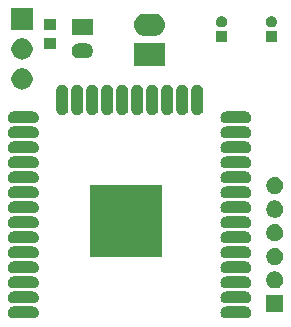
<source format=gbs>
G04 #@! TF.GenerationSoftware,KiCad,Pcbnew,(5.1.6)-1*
G04 #@! TF.CreationDate,2020-09-12T19:57:54+12:00*
G04 #@! TF.ProjectId,ESPAnt,45535041-6e74-42e6-9b69-6361645f7063,rev?*
G04 #@! TF.SameCoordinates,PX42c1d80PY8f0d180*
G04 #@! TF.FileFunction,Soldermask,Bot*
G04 #@! TF.FilePolarity,Negative*
%FSLAX46Y46*%
G04 Gerber Fmt 4.6, Leading zero omitted, Abs format (unit mm)*
G04 Created by KiCad (PCBNEW (5.1.6)-1) date 2020-09-12 19:57:54*
%MOMM*%
%LPD*%
G01*
G04 APERTURE LIST*
%ADD10C,0.150000*%
G04 APERTURE END LIST*
D10*
G36*
X23098213Y8543751D02*
G01*
X23192652Y8515103D01*
X23279687Y8468582D01*
X23355975Y8405975D01*
X23418582Y8329687D01*
X23465103Y8242652D01*
X23493751Y8148213D01*
X23503424Y8050000D01*
X23493751Y7951787D01*
X23465103Y7857348D01*
X23418582Y7770313D01*
X23355975Y7694025D01*
X23279687Y7631418D01*
X23192652Y7584897D01*
X23098213Y7556249D01*
X23024612Y7549000D01*
X21375388Y7549000D01*
X21301787Y7556249D01*
X21207348Y7584897D01*
X21120313Y7631418D01*
X21044025Y7694025D01*
X20981418Y7770313D01*
X20934897Y7857348D01*
X20906249Y7951787D01*
X20896576Y8050000D01*
X20906249Y8148213D01*
X20934897Y8242652D01*
X20981418Y8329687D01*
X21044025Y8405975D01*
X21120313Y8468582D01*
X21207348Y8515103D01*
X21301787Y8543751D01*
X21375388Y8551000D01*
X23024612Y8551000D01*
X23098213Y8543751D01*
G37*
G36*
X5098213Y8543751D02*
G01*
X5192652Y8515103D01*
X5279687Y8468582D01*
X5355975Y8405975D01*
X5418582Y8329687D01*
X5465103Y8242652D01*
X5493751Y8148213D01*
X5503424Y8050000D01*
X5493751Y7951787D01*
X5465103Y7857348D01*
X5418582Y7770313D01*
X5355975Y7694025D01*
X5279687Y7631418D01*
X5192652Y7584897D01*
X5098213Y7556249D01*
X5024612Y7549000D01*
X3375388Y7549000D01*
X3301787Y7556249D01*
X3207348Y7584897D01*
X3120313Y7631418D01*
X3044025Y7694025D01*
X2981418Y7770313D01*
X2934897Y7857348D01*
X2906249Y7951787D01*
X2896576Y8050000D01*
X2906249Y8148213D01*
X2934897Y8242652D01*
X2981418Y8329687D01*
X3044025Y8405975D01*
X3120313Y8468582D01*
X3207348Y8515103D01*
X3301787Y8543751D01*
X3375388Y8551000D01*
X5024612Y8551000D01*
X5098213Y8543751D01*
G37*
G36*
X26226000Y8074000D02*
G01*
X24774000Y8074000D01*
X24774000Y9526000D01*
X26226000Y9526000D01*
X26226000Y8074000D01*
G37*
G36*
X23098213Y9813751D02*
G01*
X23192652Y9785103D01*
X23279687Y9738582D01*
X23355975Y9675975D01*
X23418582Y9599687D01*
X23465103Y9512652D01*
X23493751Y9418213D01*
X23503424Y9320000D01*
X23493751Y9221787D01*
X23465103Y9127348D01*
X23418582Y9040313D01*
X23355975Y8964025D01*
X23279687Y8901418D01*
X23192652Y8854897D01*
X23098213Y8826249D01*
X23024612Y8819000D01*
X21375388Y8819000D01*
X21301787Y8826249D01*
X21207348Y8854897D01*
X21120313Y8901418D01*
X21044025Y8964025D01*
X20981418Y9040313D01*
X20934897Y9127348D01*
X20906249Y9221787D01*
X20896576Y9320000D01*
X20906249Y9418213D01*
X20934897Y9512652D01*
X20981418Y9599687D01*
X21044025Y9675975D01*
X21120313Y9738582D01*
X21207348Y9785103D01*
X21301787Y9813751D01*
X21375388Y9821000D01*
X23024612Y9821000D01*
X23098213Y9813751D01*
G37*
G36*
X5098213Y9813751D02*
G01*
X5192652Y9785103D01*
X5279687Y9738582D01*
X5355975Y9675975D01*
X5418582Y9599687D01*
X5465103Y9512652D01*
X5493751Y9418213D01*
X5503424Y9320000D01*
X5493751Y9221787D01*
X5465103Y9127348D01*
X5418582Y9040313D01*
X5355975Y8964025D01*
X5279687Y8901418D01*
X5192652Y8854897D01*
X5098213Y8826249D01*
X5024612Y8819000D01*
X3375388Y8819000D01*
X3301787Y8826249D01*
X3207348Y8854897D01*
X3120313Y8901418D01*
X3044025Y8964025D01*
X2981418Y9040313D01*
X2934897Y9127348D01*
X2906249Y9221787D01*
X2896576Y9320000D01*
X2906249Y9418213D01*
X2934897Y9512652D01*
X2981418Y9599687D01*
X3044025Y9675975D01*
X3120313Y9738582D01*
X3207348Y9785103D01*
X3301787Y9813751D01*
X3375388Y9821000D01*
X5024612Y9821000D01*
X5098213Y9813751D01*
G37*
G36*
X25711766Y11498101D02*
G01*
X25843888Y11443374D01*
X25843890Y11443373D01*
X25962798Y11363921D01*
X26063921Y11262798D01*
X26063922Y11262796D01*
X26143374Y11143888D01*
X26198101Y11011766D01*
X26226000Y10871506D01*
X26226000Y10728494D01*
X26198101Y10588234D01*
X26158152Y10491789D01*
X26143373Y10456110D01*
X26063921Y10337202D01*
X25962798Y10236079D01*
X25843890Y10156627D01*
X25843889Y10156626D01*
X25843888Y10156626D01*
X25711766Y10101899D01*
X25571506Y10074000D01*
X25428494Y10074000D01*
X25288234Y10101899D01*
X25156112Y10156626D01*
X25156111Y10156626D01*
X25156110Y10156627D01*
X25037202Y10236079D01*
X24936079Y10337202D01*
X24856627Y10456110D01*
X24841848Y10491789D01*
X24801899Y10588234D01*
X24774000Y10728494D01*
X24774000Y10871506D01*
X24801899Y11011766D01*
X24856626Y11143888D01*
X24936078Y11262796D01*
X24936079Y11262798D01*
X25037202Y11363921D01*
X25156110Y11443373D01*
X25156112Y11443374D01*
X25288234Y11498101D01*
X25428494Y11526000D01*
X25571506Y11526000D01*
X25711766Y11498101D01*
G37*
G36*
X23098213Y11083751D02*
G01*
X23192652Y11055103D01*
X23279687Y11008582D01*
X23355975Y10945975D01*
X23418582Y10869687D01*
X23465103Y10782652D01*
X23493751Y10688213D01*
X23503424Y10590000D01*
X23493751Y10491787D01*
X23465103Y10397348D01*
X23418582Y10310313D01*
X23355975Y10234025D01*
X23279687Y10171418D01*
X23192652Y10124897D01*
X23098213Y10096249D01*
X23024612Y10089000D01*
X21375388Y10089000D01*
X21301787Y10096249D01*
X21207348Y10124897D01*
X21120313Y10171418D01*
X21044025Y10234025D01*
X20981418Y10310313D01*
X20934897Y10397348D01*
X20906249Y10491787D01*
X20896576Y10590000D01*
X20906249Y10688213D01*
X20934897Y10782652D01*
X20981418Y10869687D01*
X21044025Y10945975D01*
X21120313Y11008582D01*
X21207348Y11055103D01*
X21301787Y11083751D01*
X21375388Y11091000D01*
X23024612Y11091000D01*
X23098213Y11083751D01*
G37*
G36*
X5098213Y11083751D02*
G01*
X5192652Y11055103D01*
X5279687Y11008582D01*
X5355975Y10945975D01*
X5418582Y10869687D01*
X5465103Y10782652D01*
X5493751Y10688213D01*
X5503424Y10590000D01*
X5493751Y10491787D01*
X5465103Y10397348D01*
X5418582Y10310313D01*
X5355975Y10234025D01*
X5279687Y10171418D01*
X5192652Y10124897D01*
X5098213Y10096249D01*
X5024612Y10089000D01*
X3375388Y10089000D01*
X3301787Y10096249D01*
X3207348Y10124897D01*
X3120313Y10171418D01*
X3044025Y10234025D01*
X2981418Y10310313D01*
X2934897Y10397348D01*
X2906249Y10491787D01*
X2896576Y10590000D01*
X2906249Y10688213D01*
X2934897Y10782652D01*
X2981418Y10869687D01*
X3044025Y10945975D01*
X3120313Y11008582D01*
X3207348Y11055103D01*
X3301787Y11083751D01*
X3375388Y11091000D01*
X5024612Y11091000D01*
X5098213Y11083751D01*
G37*
G36*
X23098213Y12353751D02*
G01*
X23192652Y12325103D01*
X23279687Y12278582D01*
X23355975Y12215975D01*
X23418582Y12139687D01*
X23465103Y12052652D01*
X23493751Y11958213D01*
X23503424Y11860000D01*
X23493751Y11761787D01*
X23465103Y11667348D01*
X23418582Y11580313D01*
X23355975Y11504025D01*
X23279687Y11441418D01*
X23192652Y11394897D01*
X23098213Y11366249D01*
X23024612Y11359000D01*
X21375388Y11359000D01*
X21301787Y11366249D01*
X21207348Y11394897D01*
X21120313Y11441418D01*
X21044025Y11504025D01*
X20981418Y11580313D01*
X20934897Y11667348D01*
X20906249Y11761787D01*
X20896576Y11860000D01*
X20906249Y11958213D01*
X20934897Y12052652D01*
X20981418Y12139687D01*
X21044025Y12215975D01*
X21120313Y12278582D01*
X21207348Y12325103D01*
X21301787Y12353751D01*
X21375388Y12361000D01*
X23024612Y12361000D01*
X23098213Y12353751D01*
G37*
G36*
X5098213Y12353751D02*
G01*
X5192652Y12325103D01*
X5279687Y12278582D01*
X5355975Y12215975D01*
X5418582Y12139687D01*
X5465103Y12052652D01*
X5493751Y11958213D01*
X5503424Y11860000D01*
X5493751Y11761787D01*
X5465103Y11667348D01*
X5418582Y11580313D01*
X5355975Y11504025D01*
X5279687Y11441418D01*
X5192652Y11394897D01*
X5098213Y11366249D01*
X5024612Y11359000D01*
X3375388Y11359000D01*
X3301787Y11366249D01*
X3207348Y11394897D01*
X3120313Y11441418D01*
X3044025Y11504025D01*
X2981418Y11580313D01*
X2934897Y11667348D01*
X2906249Y11761787D01*
X2896576Y11860000D01*
X2906249Y11958213D01*
X2934897Y12052652D01*
X2981418Y12139687D01*
X3044025Y12215975D01*
X3120313Y12278582D01*
X3207348Y12325103D01*
X3301787Y12353751D01*
X3375388Y12361000D01*
X5024612Y12361000D01*
X5098213Y12353751D01*
G37*
G36*
X25711766Y13498101D02*
G01*
X25843888Y13443374D01*
X25843890Y13443373D01*
X25962798Y13363921D01*
X26063921Y13262798D01*
X26063922Y13262796D01*
X26143374Y13143888D01*
X26198101Y13011766D01*
X26226000Y12871506D01*
X26226000Y12728494D01*
X26198101Y12588234D01*
X26143374Y12456112D01*
X26143373Y12456110D01*
X26063921Y12337202D01*
X25962798Y12236079D01*
X25843890Y12156627D01*
X25843889Y12156626D01*
X25843888Y12156626D01*
X25711766Y12101899D01*
X25571506Y12074000D01*
X25428494Y12074000D01*
X25288234Y12101899D01*
X25156112Y12156626D01*
X25156111Y12156626D01*
X25156110Y12156627D01*
X25037202Y12236079D01*
X24936079Y12337202D01*
X24856627Y12456110D01*
X24856626Y12456112D01*
X24801899Y12588234D01*
X24774000Y12728494D01*
X24774000Y12871506D01*
X24801899Y13011766D01*
X24856626Y13143888D01*
X24936078Y13262796D01*
X24936079Y13262798D01*
X25037202Y13363921D01*
X25156110Y13443373D01*
X25156112Y13443374D01*
X25288234Y13498101D01*
X25428494Y13526000D01*
X25571506Y13526000D01*
X25711766Y13498101D01*
G37*
G36*
X5098213Y13623751D02*
G01*
X5192652Y13595103D01*
X5279687Y13548582D01*
X5355975Y13485975D01*
X5418582Y13409687D01*
X5465103Y13322652D01*
X5493751Y13228213D01*
X5503424Y13130000D01*
X5493751Y13031787D01*
X5465103Y12937348D01*
X5418582Y12850313D01*
X5355975Y12774025D01*
X5279687Y12711418D01*
X5192652Y12664897D01*
X5098213Y12636249D01*
X5024612Y12629000D01*
X3375388Y12629000D01*
X3301787Y12636249D01*
X3207348Y12664897D01*
X3120313Y12711418D01*
X3044025Y12774025D01*
X2981418Y12850313D01*
X2934897Y12937348D01*
X2906249Y13031787D01*
X2896576Y13130000D01*
X2906249Y13228213D01*
X2934897Y13322652D01*
X2981418Y13409687D01*
X3044025Y13485975D01*
X3120313Y13548582D01*
X3207348Y13595103D01*
X3301787Y13623751D01*
X3375388Y13631000D01*
X5024612Y13631000D01*
X5098213Y13623751D01*
G37*
G36*
X23098213Y13623751D02*
G01*
X23192652Y13595103D01*
X23279687Y13548582D01*
X23355975Y13485975D01*
X23418582Y13409687D01*
X23465103Y13322652D01*
X23493751Y13228213D01*
X23503424Y13130000D01*
X23493751Y13031787D01*
X23465103Y12937348D01*
X23418582Y12850313D01*
X23355975Y12774025D01*
X23279687Y12711418D01*
X23192652Y12664897D01*
X23098213Y12636249D01*
X23024612Y12629000D01*
X21375388Y12629000D01*
X21301787Y12636249D01*
X21207348Y12664897D01*
X21120313Y12711418D01*
X21044025Y12774025D01*
X20981418Y12850313D01*
X20934897Y12937348D01*
X20906249Y13031787D01*
X20896576Y13130000D01*
X20906249Y13228213D01*
X20934897Y13322652D01*
X20981418Y13409687D01*
X21044025Y13485975D01*
X21120313Y13548582D01*
X21207348Y13595103D01*
X21301787Y13623751D01*
X21375388Y13631000D01*
X23024612Y13631000D01*
X23098213Y13623751D01*
G37*
G36*
X15951000Y12699000D02*
G01*
X9849000Y12699000D01*
X9849000Y18801000D01*
X15951000Y18801000D01*
X15951000Y12699000D01*
G37*
G36*
X23098213Y14893751D02*
G01*
X23192652Y14865103D01*
X23279687Y14818582D01*
X23355975Y14755975D01*
X23418582Y14679687D01*
X23465103Y14592652D01*
X23493751Y14498213D01*
X23503424Y14400000D01*
X23493751Y14301787D01*
X23465103Y14207348D01*
X23418582Y14120313D01*
X23355975Y14044025D01*
X23279687Y13981418D01*
X23192652Y13934897D01*
X23098213Y13906249D01*
X23024612Y13899000D01*
X21375388Y13899000D01*
X21301787Y13906249D01*
X21207348Y13934897D01*
X21120313Y13981418D01*
X21044025Y14044025D01*
X20981418Y14120313D01*
X20934897Y14207348D01*
X20906249Y14301787D01*
X20896576Y14400000D01*
X20906249Y14498213D01*
X20934897Y14592652D01*
X20981418Y14679687D01*
X21044025Y14755975D01*
X21120313Y14818582D01*
X21207348Y14865103D01*
X21301787Y14893751D01*
X21375388Y14901000D01*
X23024612Y14901000D01*
X23098213Y14893751D01*
G37*
G36*
X5098213Y14893751D02*
G01*
X5192652Y14865103D01*
X5279687Y14818582D01*
X5355975Y14755975D01*
X5418582Y14679687D01*
X5465103Y14592652D01*
X5493751Y14498213D01*
X5503424Y14400000D01*
X5493751Y14301787D01*
X5465103Y14207348D01*
X5418582Y14120313D01*
X5355975Y14044025D01*
X5279687Y13981418D01*
X5192652Y13934897D01*
X5098213Y13906249D01*
X5024612Y13899000D01*
X3375388Y13899000D01*
X3301787Y13906249D01*
X3207348Y13934897D01*
X3120313Y13981418D01*
X3044025Y14044025D01*
X2981418Y14120313D01*
X2934897Y14207348D01*
X2906249Y14301787D01*
X2896576Y14400000D01*
X2906249Y14498213D01*
X2934897Y14592652D01*
X2981418Y14679687D01*
X3044025Y14755975D01*
X3120313Y14818582D01*
X3207348Y14865103D01*
X3301787Y14893751D01*
X3375388Y14901000D01*
X5024612Y14901000D01*
X5098213Y14893751D01*
G37*
G36*
X25711766Y15498101D02*
G01*
X25843888Y15443374D01*
X25843890Y15443373D01*
X25962798Y15363921D01*
X26063921Y15262798D01*
X26121751Y15176249D01*
X26143374Y15143888D01*
X26198101Y15011766D01*
X26226000Y14871506D01*
X26226000Y14728494D01*
X26198101Y14588234D01*
X26160812Y14498211D01*
X26143373Y14456110D01*
X26063921Y14337202D01*
X25962798Y14236079D01*
X25843890Y14156627D01*
X25843889Y14156626D01*
X25843888Y14156626D01*
X25711766Y14101899D01*
X25571506Y14074000D01*
X25428494Y14074000D01*
X25288234Y14101899D01*
X25156112Y14156626D01*
X25156111Y14156626D01*
X25156110Y14156627D01*
X25037202Y14236079D01*
X24936079Y14337202D01*
X24856627Y14456110D01*
X24839188Y14498211D01*
X24801899Y14588234D01*
X24774000Y14728494D01*
X24774000Y14871506D01*
X24801899Y15011766D01*
X24856626Y15143888D01*
X24878249Y15176249D01*
X24936079Y15262798D01*
X25037202Y15363921D01*
X25156110Y15443373D01*
X25156112Y15443374D01*
X25288234Y15498101D01*
X25428494Y15526000D01*
X25571506Y15526000D01*
X25711766Y15498101D01*
G37*
G36*
X5098213Y16163751D02*
G01*
X5192652Y16135103D01*
X5279687Y16088582D01*
X5355975Y16025975D01*
X5418582Y15949687D01*
X5465103Y15862652D01*
X5493751Y15768213D01*
X5503424Y15670000D01*
X5493751Y15571787D01*
X5465103Y15477348D01*
X5418582Y15390313D01*
X5355975Y15314025D01*
X5279687Y15251418D01*
X5192652Y15204897D01*
X5098213Y15176249D01*
X5024612Y15169000D01*
X3375388Y15169000D01*
X3301787Y15176249D01*
X3207348Y15204897D01*
X3120313Y15251418D01*
X3044025Y15314025D01*
X2981418Y15390313D01*
X2934897Y15477348D01*
X2906249Y15571787D01*
X2896576Y15670000D01*
X2906249Y15768213D01*
X2934897Y15862652D01*
X2981418Y15949687D01*
X3044025Y16025975D01*
X3120313Y16088582D01*
X3207348Y16135103D01*
X3301787Y16163751D01*
X3375388Y16171000D01*
X5024612Y16171000D01*
X5098213Y16163751D01*
G37*
G36*
X23098213Y16163751D02*
G01*
X23192652Y16135103D01*
X23279687Y16088582D01*
X23355975Y16025975D01*
X23418582Y15949687D01*
X23465103Y15862652D01*
X23493751Y15768213D01*
X23503424Y15670000D01*
X23493751Y15571787D01*
X23465103Y15477348D01*
X23418582Y15390313D01*
X23355975Y15314025D01*
X23279687Y15251418D01*
X23192652Y15204897D01*
X23098213Y15176249D01*
X23024612Y15169000D01*
X21375388Y15169000D01*
X21301787Y15176249D01*
X21207348Y15204897D01*
X21120313Y15251418D01*
X21044025Y15314025D01*
X20981418Y15390313D01*
X20934897Y15477348D01*
X20906249Y15571787D01*
X20896576Y15670000D01*
X20906249Y15768213D01*
X20934897Y15862652D01*
X20981418Y15949687D01*
X21044025Y16025975D01*
X21120313Y16088582D01*
X21207348Y16135103D01*
X21301787Y16163751D01*
X21375388Y16171000D01*
X23024612Y16171000D01*
X23098213Y16163751D01*
G37*
G36*
X25711766Y17498101D02*
G01*
X25843888Y17443374D01*
X25843890Y17443373D01*
X25962798Y17363921D01*
X26063921Y17262798D01*
X26063922Y17262796D01*
X26143374Y17143888D01*
X26198101Y17011766D01*
X26226000Y16871506D01*
X26226000Y16728494D01*
X26198101Y16588234D01*
X26151155Y16474898D01*
X26143373Y16456110D01*
X26063921Y16337202D01*
X25962798Y16236079D01*
X25843890Y16156627D01*
X25843889Y16156626D01*
X25843888Y16156626D01*
X25711766Y16101899D01*
X25571506Y16074000D01*
X25428494Y16074000D01*
X25288234Y16101899D01*
X25156112Y16156626D01*
X25156111Y16156626D01*
X25156110Y16156627D01*
X25037202Y16236079D01*
X24936079Y16337202D01*
X24856627Y16456110D01*
X24848845Y16474898D01*
X24801899Y16588234D01*
X24774000Y16728494D01*
X24774000Y16871506D01*
X24801899Y17011766D01*
X24856626Y17143888D01*
X24936078Y17262796D01*
X24936079Y17262798D01*
X25037202Y17363921D01*
X25156110Y17443373D01*
X25156112Y17443374D01*
X25288234Y17498101D01*
X25428494Y17526000D01*
X25571506Y17526000D01*
X25711766Y17498101D01*
G37*
G36*
X23098213Y17433751D02*
G01*
X23192652Y17405103D01*
X23279687Y17358582D01*
X23355975Y17295975D01*
X23418582Y17219687D01*
X23465103Y17132652D01*
X23493751Y17038213D01*
X23503424Y16940000D01*
X23493751Y16841787D01*
X23465103Y16747348D01*
X23418582Y16660313D01*
X23355975Y16584025D01*
X23279687Y16521418D01*
X23192652Y16474897D01*
X23098213Y16446249D01*
X23024612Y16439000D01*
X21375388Y16439000D01*
X21301787Y16446249D01*
X21207348Y16474897D01*
X21120313Y16521418D01*
X21044025Y16584025D01*
X20981418Y16660313D01*
X20934897Y16747348D01*
X20906249Y16841787D01*
X20896576Y16940000D01*
X20906249Y17038213D01*
X20934897Y17132652D01*
X20981418Y17219687D01*
X21044025Y17295975D01*
X21120313Y17358582D01*
X21207348Y17405103D01*
X21301787Y17433751D01*
X21375388Y17441000D01*
X23024612Y17441000D01*
X23098213Y17433751D01*
G37*
G36*
X5098213Y17433751D02*
G01*
X5192652Y17405103D01*
X5279687Y17358582D01*
X5355975Y17295975D01*
X5418582Y17219687D01*
X5465103Y17132652D01*
X5493751Y17038213D01*
X5503424Y16940000D01*
X5493751Y16841787D01*
X5465103Y16747348D01*
X5418582Y16660313D01*
X5355975Y16584025D01*
X5279687Y16521418D01*
X5192652Y16474897D01*
X5098213Y16446249D01*
X5024612Y16439000D01*
X3375388Y16439000D01*
X3301787Y16446249D01*
X3207348Y16474897D01*
X3120313Y16521418D01*
X3044025Y16584025D01*
X2981418Y16660313D01*
X2934897Y16747348D01*
X2906249Y16841787D01*
X2896576Y16940000D01*
X2906249Y17038213D01*
X2934897Y17132652D01*
X2981418Y17219687D01*
X3044025Y17295975D01*
X3120313Y17358582D01*
X3207348Y17405103D01*
X3301787Y17433751D01*
X3375388Y17441000D01*
X5024612Y17441000D01*
X5098213Y17433751D01*
G37*
G36*
X5098213Y18703751D02*
G01*
X5192652Y18675103D01*
X5279687Y18628582D01*
X5355975Y18565975D01*
X5418582Y18489687D01*
X5465103Y18402652D01*
X5493751Y18308213D01*
X5503424Y18210000D01*
X5493751Y18111787D01*
X5465103Y18017348D01*
X5418582Y17930313D01*
X5355975Y17854025D01*
X5279687Y17791418D01*
X5192652Y17744897D01*
X5098213Y17716249D01*
X5024612Y17709000D01*
X3375388Y17709000D01*
X3301787Y17716249D01*
X3207348Y17744897D01*
X3120313Y17791418D01*
X3044025Y17854025D01*
X2981418Y17930313D01*
X2934897Y18017348D01*
X2906249Y18111787D01*
X2896576Y18210000D01*
X2906249Y18308213D01*
X2934897Y18402652D01*
X2981418Y18489687D01*
X3044025Y18565975D01*
X3120313Y18628582D01*
X3207348Y18675103D01*
X3301787Y18703751D01*
X3375388Y18711000D01*
X5024612Y18711000D01*
X5098213Y18703751D01*
G37*
G36*
X23098213Y18703751D02*
G01*
X23192652Y18675103D01*
X23279687Y18628582D01*
X23355975Y18565975D01*
X23418582Y18489687D01*
X23465103Y18402652D01*
X23493751Y18308213D01*
X23503424Y18210000D01*
X23493751Y18111787D01*
X23465103Y18017348D01*
X23418582Y17930313D01*
X23355975Y17854025D01*
X23279687Y17791418D01*
X23192652Y17744897D01*
X23098213Y17716249D01*
X23024612Y17709000D01*
X21375388Y17709000D01*
X21301787Y17716249D01*
X21207348Y17744897D01*
X21120313Y17791418D01*
X21044025Y17854025D01*
X20981418Y17930313D01*
X20934897Y18017348D01*
X20906249Y18111787D01*
X20896576Y18210000D01*
X20906249Y18308213D01*
X20934897Y18402652D01*
X20981418Y18489687D01*
X21044025Y18565975D01*
X21120313Y18628582D01*
X21207348Y18675103D01*
X21301787Y18703751D01*
X21375388Y18711000D01*
X23024612Y18711000D01*
X23098213Y18703751D01*
G37*
G36*
X25711766Y19498101D02*
G01*
X25843888Y19443374D01*
X25843890Y19443373D01*
X25962798Y19363921D01*
X26063921Y19262798D01*
X26063922Y19262796D01*
X26143374Y19143888D01*
X26198101Y19011766D01*
X26226000Y18871506D01*
X26226000Y18728494D01*
X26198101Y18588234D01*
X26157281Y18489687D01*
X26143373Y18456110D01*
X26063921Y18337202D01*
X25962798Y18236079D01*
X25843890Y18156627D01*
X25843889Y18156626D01*
X25843888Y18156626D01*
X25711766Y18101899D01*
X25571506Y18074000D01*
X25428494Y18074000D01*
X25288234Y18101899D01*
X25156112Y18156626D01*
X25156111Y18156626D01*
X25156110Y18156627D01*
X25037202Y18236079D01*
X24936079Y18337202D01*
X24856627Y18456110D01*
X24842719Y18489687D01*
X24801899Y18588234D01*
X24774000Y18728494D01*
X24774000Y18871506D01*
X24801899Y19011766D01*
X24856626Y19143888D01*
X24936078Y19262796D01*
X24936079Y19262798D01*
X25037202Y19363921D01*
X25156110Y19443373D01*
X25156112Y19443374D01*
X25288234Y19498101D01*
X25428494Y19526000D01*
X25571506Y19526000D01*
X25711766Y19498101D01*
G37*
G36*
X23098213Y19973751D02*
G01*
X23192652Y19945103D01*
X23279687Y19898582D01*
X23355975Y19835975D01*
X23418582Y19759687D01*
X23465103Y19672652D01*
X23493751Y19578213D01*
X23503424Y19480000D01*
X23493751Y19381787D01*
X23465103Y19287348D01*
X23418582Y19200313D01*
X23355975Y19124025D01*
X23279687Y19061418D01*
X23192652Y19014897D01*
X23098213Y18986249D01*
X23024612Y18979000D01*
X21375388Y18979000D01*
X21301787Y18986249D01*
X21207348Y19014897D01*
X21120313Y19061418D01*
X21044025Y19124025D01*
X20981418Y19200313D01*
X20934897Y19287348D01*
X20906249Y19381787D01*
X20896576Y19480000D01*
X20906249Y19578213D01*
X20934897Y19672652D01*
X20981418Y19759687D01*
X21044025Y19835975D01*
X21120313Y19898582D01*
X21207348Y19945103D01*
X21301787Y19973751D01*
X21375388Y19981000D01*
X23024612Y19981000D01*
X23098213Y19973751D01*
G37*
G36*
X5098213Y19973751D02*
G01*
X5192652Y19945103D01*
X5279687Y19898582D01*
X5355975Y19835975D01*
X5418582Y19759687D01*
X5465103Y19672652D01*
X5493751Y19578213D01*
X5503424Y19480000D01*
X5493751Y19381787D01*
X5465103Y19287348D01*
X5418582Y19200313D01*
X5355975Y19124025D01*
X5279687Y19061418D01*
X5192652Y19014897D01*
X5098213Y18986249D01*
X5024612Y18979000D01*
X3375388Y18979000D01*
X3301787Y18986249D01*
X3207348Y19014897D01*
X3120313Y19061418D01*
X3044025Y19124025D01*
X2981418Y19200313D01*
X2934897Y19287348D01*
X2906249Y19381787D01*
X2896576Y19480000D01*
X2906249Y19578213D01*
X2934897Y19672652D01*
X2981418Y19759687D01*
X3044025Y19835975D01*
X3120313Y19898582D01*
X3207348Y19945103D01*
X3301787Y19973751D01*
X3375388Y19981000D01*
X5024612Y19981000D01*
X5098213Y19973751D01*
G37*
G36*
X23098213Y21243751D02*
G01*
X23192652Y21215103D01*
X23279687Y21168582D01*
X23355975Y21105975D01*
X23418582Y21029687D01*
X23465103Y20942652D01*
X23493751Y20848213D01*
X23503424Y20750000D01*
X23493751Y20651787D01*
X23465103Y20557348D01*
X23418582Y20470313D01*
X23355975Y20394025D01*
X23279687Y20331418D01*
X23192652Y20284897D01*
X23098213Y20256249D01*
X23024612Y20249000D01*
X21375388Y20249000D01*
X21301787Y20256249D01*
X21207348Y20284897D01*
X21120313Y20331418D01*
X21044025Y20394025D01*
X20981418Y20470313D01*
X20934897Y20557348D01*
X20906249Y20651787D01*
X20896576Y20750000D01*
X20906249Y20848213D01*
X20934897Y20942652D01*
X20981418Y21029687D01*
X21044025Y21105975D01*
X21120313Y21168582D01*
X21207348Y21215103D01*
X21301787Y21243751D01*
X21375388Y21251000D01*
X23024612Y21251000D01*
X23098213Y21243751D01*
G37*
G36*
X5098213Y21243751D02*
G01*
X5192652Y21215103D01*
X5279687Y21168582D01*
X5355975Y21105975D01*
X5418582Y21029687D01*
X5465103Y20942652D01*
X5493751Y20848213D01*
X5503424Y20750000D01*
X5493751Y20651787D01*
X5465103Y20557348D01*
X5418582Y20470313D01*
X5355975Y20394025D01*
X5279687Y20331418D01*
X5192652Y20284897D01*
X5098213Y20256249D01*
X5024612Y20249000D01*
X3375388Y20249000D01*
X3301787Y20256249D01*
X3207348Y20284897D01*
X3120313Y20331418D01*
X3044025Y20394025D01*
X2981418Y20470313D01*
X2934897Y20557348D01*
X2906249Y20651787D01*
X2896576Y20750000D01*
X2906249Y20848213D01*
X2934897Y20942652D01*
X2981418Y21029687D01*
X3044025Y21105975D01*
X3120313Y21168582D01*
X3207348Y21215103D01*
X3301787Y21243751D01*
X3375388Y21251000D01*
X5024612Y21251000D01*
X5098213Y21243751D01*
G37*
G36*
X5098213Y22513751D02*
G01*
X5192652Y22485103D01*
X5279687Y22438582D01*
X5355975Y22375975D01*
X5418582Y22299687D01*
X5465103Y22212652D01*
X5493751Y22118213D01*
X5503424Y22020000D01*
X5493751Y21921787D01*
X5465103Y21827348D01*
X5418582Y21740313D01*
X5355975Y21664025D01*
X5279687Y21601418D01*
X5192652Y21554897D01*
X5098213Y21526249D01*
X5024612Y21519000D01*
X3375388Y21519000D01*
X3301787Y21526249D01*
X3207348Y21554897D01*
X3120313Y21601418D01*
X3044025Y21664025D01*
X2981418Y21740313D01*
X2934897Y21827348D01*
X2906249Y21921787D01*
X2896576Y22020000D01*
X2906249Y22118213D01*
X2934897Y22212652D01*
X2981418Y22299687D01*
X3044025Y22375975D01*
X3120313Y22438582D01*
X3207348Y22485103D01*
X3301787Y22513751D01*
X3375388Y22521000D01*
X5024612Y22521000D01*
X5098213Y22513751D01*
G37*
G36*
X23098213Y22513751D02*
G01*
X23192652Y22485103D01*
X23279687Y22438582D01*
X23355975Y22375975D01*
X23418582Y22299687D01*
X23465103Y22212652D01*
X23493751Y22118213D01*
X23503424Y22020000D01*
X23493751Y21921787D01*
X23465103Y21827348D01*
X23418582Y21740313D01*
X23355975Y21664025D01*
X23279687Y21601418D01*
X23192652Y21554897D01*
X23098213Y21526249D01*
X23024612Y21519000D01*
X21375388Y21519000D01*
X21301787Y21526249D01*
X21207348Y21554897D01*
X21120313Y21601418D01*
X21044025Y21664025D01*
X20981418Y21740313D01*
X20934897Y21827348D01*
X20906249Y21921787D01*
X20896576Y22020000D01*
X20906249Y22118213D01*
X20934897Y22212652D01*
X20981418Y22299687D01*
X21044025Y22375975D01*
X21120313Y22438582D01*
X21207348Y22485103D01*
X21301787Y22513751D01*
X21375388Y22521000D01*
X23024612Y22521000D01*
X23098213Y22513751D01*
G37*
G36*
X5098213Y23783751D02*
G01*
X5192652Y23755103D01*
X5279687Y23708582D01*
X5355975Y23645975D01*
X5418582Y23569687D01*
X5465103Y23482652D01*
X5493751Y23388213D01*
X5503424Y23290000D01*
X5493751Y23191787D01*
X5465103Y23097348D01*
X5418582Y23010313D01*
X5355975Y22934025D01*
X5279687Y22871418D01*
X5192652Y22824897D01*
X5098213Y22796249D01*
X5024612Y22789000D01*
X3375388Y22789000D01*
X3301787Y22796249D01*
X3207348Y22824897D01*
X3120313Y22871418D01*
X3044025Y22934025D01*
X2981418Y23010313D01*
X2934897Y23097348D01*
X2906249Y23191787D01*
X2896576Y23290000D01*
X2906249Y23388213D01*
X2934897Y23482652D01*
X2981418Y23569687D01*
X3044025Y23645975D01*
X3120313Y23708582D01*
X3207348Y23755103D01*
X3301787Y23783751D01*
X3375388Y23791000D01*
X5024612Y23791000D01*
X5098213Y23783751D01*
G37*
G36*
X23098213Y23783751D02*
G01*
X23192652Y23755103D01*
X23279687Y23708582D01*
X23355975Y23645975D01*
X23418582Y23569687D01*
X23465103Y23482652D01*
X23493751Y23388213D01*
X23503424Y23290000D01*
X23493751Y23191787D01*
X23465103Y23097348D01*
X23418582Y23010313D01*
X23355975Y22934025D01*
X23279687Y22871418D01*
X23192652Y22824897D01*
X23098213Y22796249D01*
X23024612Y22789000D01*
X21375388Y22789000D01*
X21301787Y22796249D01*
X21207348Y22824897D01*
X21120313Y22871418D01*
X21044025Y22934025D01*
X20981418Y23010313D01*
X20934897Y23097348D01*
X20906249Y23191787D01*
X20896576Y23290000D01*
X20906249Y23388213D01*
X20934897Y23482652D01*
X20981418Y23569687D01*
X21044025Y23645975D01*
X21120313Y23708582D01*
X21207348Y23755103D01*
X21301787Y23783751D01*
X21375388Y23791000D01*
X23024612Y23791000D01*
X23098213Y23783751D01*
G37*
G36*
X23098213Y25053751D02*
G01*
X23192652Y25025103D01*
X23279687Y24978582D01*
X23355975Y24915975D01*
X23418582Y24839687D01*
X23465103Y24752652D01*
X23493751Y24658213D01*
X23503424Y24560000D01*
X23493751Y24461787D01*
X23465103Y24367348D01*
X23418582Y24280313D01*
X23355975Y24204025D01*
X23279687Y24141418D01*
X23192652Y24094897D01*
X23098213Y24066249D01*
X23024612Y24059000D01*
X21375388Y24059000D01*
X21301787Y24066249D01*
X21207348Y24094897D01*
X21120313Y24141418D01*
X21044025Y24204025D01*
X20981418Y24280313D01*
X20934897Y24367348D01*
X20906249Y24461787D01*
X20896576Y24560000D01*
X20906249Y24658213D01*
X20934897Y24752652D01*
X20981418Y24839687D01*
X21044025Y24915975D01*
X21120313Y24978582D01*
X21207348Y25025103D01*
X21301787Y25053751D01*
X21375388Y25061000D01*
X23024612Y25061000D01*
X23098213Y25053751D01*
G37*
G36*
X5098213Y25053751D02*
G01*
X5192652Y25025103D01*
X5279687Y24978582D01*
X5355975Y24915975D01*
X5418582Y24839687D01*
X5465103Y24752652D01*
X5493751Y24658213D01*
X5503424Y24560000D01*
X5493751Y24461787D01*
X5465103Y24367348D01*
X5418582Y24280313D01*
X5355975Y24204025D01*
X5279687Y24141418D01*
X5192652Y24094897D01*
X5098213Y24066249D01*
X5024612Y24059000D01*
X3375388Y24059000D01*
X3301787Y24066249D01*
X3207348Y24094897D01*
X3120313Y24141418D01*
X3044025Y24204025D01*
X2981418Y24280313D01*
X2934897Y24367348D01*
X2906249Y24461787D01*
X2896576Y24560000D01*
X2906249Y24658213D01*
X2934897Y24752652D01*
X2981418Y24839687D01*
X3044025Y24915975D01*
X3120313Y24978582D01*
X3207348Y25025103D01*
X3301787Y25053751D01*
X3375388Y25061000D01*
X5024612Y25061000D01*
X5098213Y25053751D01*
G37*
G36*
X17743213Y27343751D02*
G01*
X17837652Y27315103D01*
X17924687Y27268582D01*
X18000975Y27205975D01*
X18063582Y27129687D01*
X18110103Y27042652D01*
X18138751Y26948213D01*
X18146000Y26874612D01*
X18146000Y25225388D01*
X18138751Y25151787D01*
X18110103Y25057348D01*
X18063582Y24970313D01*
X18000975Y24894025D01*
X17924687Y24831418D01*
X17837651Y24784897D01*
X17743212Y24756249D01*
X17645000Y24746576D01*
X17546787Y24756249D01*
X17452348Y24784897D01*
X17365313Y24831418D01*
X17289025Y24894025D01*
X17226418Y24970313D01*
X17179897Y25057349D01*
X17151249Y25151788D01*
X17144000Y25225389D01*
X17144001Y26874612D01*
X17151250Y26948213D01*
X17179898Y27042652D01*
X17226419Y27129687D01*
X17289026Y27205975D01*
X17365314Y27268582D01*
X17452349Y27315103D01*
X17546788Y27343751D01*
X17645000Y27353424D01*
X17743213Y27343751D01*
G37*
G36*
X16473213Y27343751D02*
G01*
X16567652Y27315103D01*
X16654687Y27268582D01*
X16730975Y27205975D01*
X16793582Y27129687D01*
X16840103Y27042652D01*
X16868751Y26948213D01*
X16876000Y26874612D01*
X16876000Y25225388D01*
X16868751Y25151787D01*
X16840103Y25057348D01*
X16793582Y24970313D01*
X16730975Y24894025D01*
X16654687Y24831418D01*
X16567651Y24784897D01*
X16473212Y24756249D01*
X16375000Y24746576D01*
X16276787Y24756249D01*
X16182348Y24784897D01*
X16095313Y24831418D01*
X16019025Y24894025D01*
X15956418Y24970313D01*
X15909897Y25057349D01*
X15881249Y25151788D01*
X15874000Y25225389D01*
X15874001Y26874612D01*
X15881250Y26948213D01*
X15909898Y27042652D01*
X15956419Y27129687D01*
X16019026Y27205975D01*
X16095314Y27268582D01*
X16182349Y27315103D01*
X16276788Y27343751D01*
X16375000Y27353424D01*
X16473213Y27343751D01*
G37*
G36*
X15203213Y27343751D02*
G01*
X15297652Y27315103D01*
X15384687Y27268582D01*
X15460975Y27205975D01*
X15523582Y27129687D01*
X15570103Y27042652D01*
X15598751Y26948213D01*
X15606000Y26874612D01*
X15606000Y25225388D01*
X15598751Y25151787D01*
X15570103Y25057348D01*
X15523582Y24970313D01*
X15460975Y24894025D01*
X15384687Y24831418D01*
X15297651Y24784897D01*
X15203212Y24756249D01*
X15105000Y24746576D01*
X15006787Y24756249D01*
X14912348Y24784897D01*
X14825313Y24831418D01*
X14749025Y24894025D01*
X14686418Y24970313D01*
X14639897Y25057349D01*
X14611249Y25151788D01*
X14604000Y25225389D01*
X14604001Y26874612D01*
X14611250Y26948213D01*
X14639898Y27042652D01*
X14686419Y27129687D01*
X14749026Y27205975D01*
X14825314Y27268582D01*
X14912349Y27315103D01*
X15006788Y27343751D01*
X15105000Y27353424D01*
X15203213Y27343751D01*
G37*
G36*
X13933213Y27343751D02*
G01*
X14027652Y27315103D01*
X14114687Y27268582D01*
X14190975Y27205975D01*
X14253582Y27129687D01*
X14300103Y27042652D01*
X14328751Y26948213D01*
X14336000Y26874612D01*
X14336000Y25225388D01*
X14328751Y25151787D01*
X14300103Y25057348D01*
X14253582Y24970313D01*
X14190975Y24894025D01*
X14114687Y24831418D01*
X14027651Y24784897D01*
X13933212Y24756249D01*
X13835000Y24746576D01*
X13736787Y24756249D01*
X13642348Y24784897D01*
X13555313Y24831418D01*
X13479025Y24894025D01*
X13416418Y24970313D01*
X13369897Y25057349D01*
X13341249Y25151788D01*
X13334000Y25225389D01*
X13334001Y26874612D01*
X13341250Y26948213D01*
X13369898Y27042652D01*
X13416419Y27129687D01*
X13479026Y27205975D01*
X13555314Y27268582D01*
X13642349Y27315103D01*
X13736788Y27343751D01*
X13835000Y27353424D01*
X13933213Y27343751D01*
G37*
G36*
X19013213Y27343751D02*
G01*
X19107652Y27315103D01*
X19194687Y27268582D01*
X19270975Y27205975D01*
X19333582Y27129687D01*
X19380103Y27042652D01*
X19408751Y26948213D01*
X19416000Y26874612D01*
X19416000Y25225388D01*
X19408751Y25151787D01*
X19380103Y25057348D01*
X19333582Y24970313D01*
X19270975Y24894025D01*
X19194687Y24831418D01*
X19107651Y24784897D01*
X19013212Y24756249D01*
X18915000Y24746576D01*
X18816787Y24756249D01*
X18722348Y24784897D01*
X18635313Y24831418D01*
X18559025Y24894025D01*
X18496418Y24970313D01*
X18449897Y25057349D01*
X18421249Y25151788D01*
X18414000Y25225389D01*
X18414001Y26874612D01*
X18421250Y26948213D01*
X18449898Y27042652D01*
X18496419Y27129687D01*
X18559026Y27205975D01*
X18635314Y27268582D01*
X18722349Y27315103D01*
X18816788Y27343751D01*
X18915000Y27353424D01*
X19013213Y27343751D01*
G37*
G36*
X7583213Y27343751D02*
G01*
X7677652Y27315103D01*
X7764687Y27268582D01*
X7840975Y27205975D01*
X7903582Y27129687D01*
X7950103Y27042652D01*
X7978751Y26948213D01*
X7986000Y26874612D01*
X7986000Y25225388D01*
X7978751Y25151787D01*
X7950103Y25057348D01*
X7903582Y24970313D01*
X7840975Y24894025D01*
X7764687Y24831418D01*
X7677651Y24784897D01*
X7583212Y24756249D01*
X7485000Y24746576D01*
X7386787Y24756249D01*
X7292348Y24784897D01*
X7205313Y24831418D01*
X7129025Y24894025D01*
X7066418Y24970313D01*
X7019897Y25057349D01*
X6991249Y25151788D01*
X6984000Y25225389D01*
X6984001Y26874612D01*
X6991250Y26948213D01*
X7019898Y27042652D01*
X7066419Y27129687D01*
X7129026Y27205975D01*
X7205314Y27268582D01*
X7292349Y27315103D01*
X7386788Y27343751D01*
X7485000Y27353424D01*
X7583213Y27343751D01*
G37*
G36*
X8853213Y27343751D02*
G01*
X8947652Y27315103D01*
X9034687Y27268582D01*
X9110975Y27205975D01*
X9173582Y27129687D01*
X9220103Y27042652D01*
X9248751Y26948213D01*
X9256000Y26874612D01*
X9256000Y25225388D01*
X9248751Y25151787D01*
X9220103Y25057348D01*
X9173582Y24970313D01*
X9110975Y24894025D01*
X9034687Y24831418D01*
X8947651Y24784897D01*
X8853212Y24756249D01*
X8755000Y24746576D01*
X8656787Y24756249D01*
X8562348Y24784897D01*
X8475313Y24831418D01*
X8399025Y24894025D01*
X8336418Y24970313D01*
X8289897Y25057349D01*
X8261249Y25151788D01*
X8254000Y25225389D01*
X8254001Y26874612D01*
X8261250Y26948213D01*
X8289898Y27042652D01*
X8336419Y27129687D01*
X8399026Y27205975D01*
X8475314Y27268582D01*
X8562349Y27315103D01*
X8656788Y27343751D01*
X8755000Y27353424D01*
X8853213Y27343751D01*
G37*
G36*
X10123213Y27343751D02*
G01*
X10217652Y27315103D01*
X10304687Y27268582D01*
X10380975Y27205975D01*
X10443582Y27129687D01*
X10490103Y27042652D01*
X10518751Y26948213D01*
X10526000Y26874612D01*
X10526000Y25225388D01*
X10518751Y25151787D01*
X10490103Y25057348D01*
X10443582Y24970313D01*
X10380975Y24894025D01*
X10304687Y24831418D01*
X10217651Y24784897D01*
X10123212Y24756249D01*
X10025000Y24746576D01*
X9926787Y24756249D01*
X9832348Y24784897D01*
X9745313Y24831418D01*
X9669025Y24894025D01*
X9606418Y24970313D01*
X9559897Y25057349D01*
X9531249Y25151788D01*
X9524000Y25225389D01*
X9524001Y26874612D01*
X9531250Y26948213D01*
X9559898Y27042652D01*
X9606419Y27129687D01*
X9669026Y27205975D01*
X9745314Y27268582D01*
X9832349Y27315103D01*
X9926788Y27343751D01*
X10025000Y27353424D01*
X10123213Y27343751D01*
G37*
G36*
X11393213Y27343751D02*
G01*
X11487652Y27315103D01*
X11574687Y27268582D01*
X11650975Y27205975D01*
X11713582Y27129687D01*
X11760103Y27042652D01*
X11788751Y26948213D01*
X11796000Y26874612D01*
X11796000Y25225388D01*
X11788751Y25151787D01*
X11760103Y25057348D01*
X11713582Y24970313D01*
X11650975Y24894025D01*
X11574687Y24831418D01*
X11487651Y24784897D01*
X11393212Y24756249D01*
X11295000Y24746576D01*
X11196787Y24756249D01*
X11102348Y24784897D01*
X11015313Y24831418D01*
X10939025Y24894025D01*
X10876418Y24970313D01*
X10829897Y25057349D01*
X10801249Y25151788D01*
X10794000Y25225389D01*
X10794001Y26874612D01*
X10801250Y26948213D01*
X10829898Y27042652D01*
X10876419Y27129687D01*
X10939026Y27205975D01*
X11015314Y27268582D01*
X11102349Y27315103D01*
X11196788Y27343751D01*
X11295000Y27353424D01*
X11393213Y27343751D01*
G37*
G36*
X12663213Y27343751D02*
G01*
X12757652Y27315103D01*
X12844687Y27268582D01*
X12920975Y27205975D01*
X12983582Y27129687D01*
X13030103Y27042652D01*
X13058751Y26948213D01*
X13066000Y26874612D01*
X13066000Y25225388D01*
X13058751Y25151787D01*
X13030103Y25057348D01*
X12983582Y24970313D01*
X12920975Y24894025D01*
X12844687Y24831418D01*
X12757651Y24784897D01*
X12663212Y24756249D01*
X12565000Y24746576D01*
X12466787Y24756249D01*
X12372348Y24784897D01*
X12285313Y24831418D01*
X12209025Y24894025D01*
X12146418Y24970313D01*
X12099897Y25057349D01*
X12071249Y25151788D01*
X12064000Y25225389D01*
X12064001Y26874612D01*
X12071250Y26948213D01*
X12099898Y27042652D01*
X12146419Y27129687D01*
X12209026Y27205975D01*
X12285314Y27268582D01*
X12372349Y27315103D01*
X12466788Y27343751D01*
X12565000Y27353424D01*
X12663213Y27343751D01*
G37*
G36*
X4213512Y28716073D02*
G01*
X4362812Y28686376D01*
X4526784Y28618456D01*
X4674354Y28519853D01*
X4799853Y28394354D01*
X4898456Y28246784D01*
X4966376Y28082812D01*
X5001000Y27908741D01*
X5001000Y27731259D01*
X4966376Y27557188D01*
X4898456Y27393216D01*
X4799853Y27245646D01*
X4674354Y27120147D01*
X4526784Y27021544D01*
X4362812Y26953624D01*
X4213512Y26923927D01*
X4188742Y26919000D01*
X4011258Y26919000D01*
X3986488Y26923927D01*
X3837188Y26953624D01*
X3673216Y27021544D01*
X3525646Y27120147D01*
X3400147Y27245646D01*
X3301544Y27393216D01*
X3233624Y27557188D01*
X3199000Y27731259D01*
X3199000Y27908741D01*
X3233624Y28082812D01*
X3301544Y28246784D01*
X3400147Y28394354D01*
X3525646Y28519853D01*
X3673216Y28618456D01*
X3837188Y28686376D01*
X3986488Y28716073D01*
X4011258Y28721000D01*
X4188742Y28721000D01*
X4213512Y28716073D01*
G37*
G36*
X16201000Y28949000D02*
G01*
X13599000Y28949000D01*
X13599000Y30851000D01*
X16201000Y30851000D01*
X16201000Y28949000D01*
G37*
G36*
X4213512Y31256073D02*
G01*
X4362812Y31226376D01*
X4526784Y31158456D01*
X4674354Y31059853D01*
X4799853Y30934354D01*
X4898456Y30786784D01*
X4966376Y30622812D01*
X5001000Y30448741D01*
X5001000Y30271259D01*
X4966376Y30097188D01*
X4898456Y29933216D01*
X4799853Y29785646D01*
X4674354Y29660147D01*
X4526784Y29561544D01*
X4362812Y29493624D01*
X4213512Y29463927D01*
X4188742Y29459000D01*
X4011258Y29459000D01*
X3986488Y29463927D01*
X3837188Y29493624D01*
X3673216Y29561544D01*
X3525646Y29660147D01*
X3400147Y29785646D01*
X3301544Y29933216D01*
X3233624Y30097188D01*
X3199000Y30271259D01*
X3199000Y30448741D01*
X3233624Y30622812D01*
X3301544Y30786784D01*
X3400147Y30934354D01*
X3525646Y31059853D01*
X3673216Y31158456D01*
X3837188Y31226376D01*
X3986488Y31256073D01*
X4011258Y31261000D01*
X4188742Y31261000D01*
X4213512Y31256073D01*
G37*
G36*
X9513855Y30847860D02*
G01*
X9577618Y30841580D01*
X9668404Y30814040D01*
X9700336Y30804354D01*
X9813425Y30743906D01*
X9912554Y30662554D01*
X9993906Y30563425D01*
X10054354Y30450336D01*
X10054838Y30448741D01*
X10091580Y30327618D01*
X10104149Y30200000D01*
X10091580Y30072382D01*
X10064040Y29981596D01*
X10054354Y29949664D01*
X9993906Y29836575D01*
X9912554Y29737446D01*
X9813425Y29656094D01*
X9700336Y29595646D01*
X9668404Y29585960D01*
X9577618Y29558420D01*
X9513855Y29552140D01*
X9481974Y29549000D01*
X8918026Y29549000D01*
X8886145Y29552140D01*
X8822382Y29558420D01*
X8731596Y29585960D01*
X8699664Y29595646D01*
X8586575Y29656094D01*
X8487446Y29737446D01*
X8406094Y29836575D01*
X8345646Y29949664D01*
X8335960Y29981596D01*
X8308420Y30072382D01*
X8295851Y30200000D01*
X8308420Y30327618D01*
X8345162Y30448741D01*
X8345646Y30450336D01*
X8406094Y30563425D01*
X8487446Y30662554D01*
X8586575Y30743906D01*
X8699664Y30804354D01*
X8731596Y30814040D01*
X8822382Y30841580D01*
X8886145Y30847860D01*
X8918026Y30851000D01*
X9481974Y30851000D01*
X9513855Y30847860D01*
G37*
G36*
X7001000Y30349000D02*
G01*
X5999000Y30349000D01*
X5999000Y31251000D01*
X7001000Y31251000D01*
X7001000Y30349000D01*
G37*
G36*
X25676000Y30924000D02*
G01*
X24724000Y30924000D01*
X24724000Y31876000D01*
X25676000Y31876000D01*
X25676000Y30924000D01*
G37*
G36*
X21476000Y30924000D02*
G01*
X20524000Y30924000D01*
X20524000Y31876000D01*
X21476000Y31876000D01*
X21476000Y30924000D01*
G37*
G36*
X15436425Y33337240D02*
G01*
X15436428Y33337239D01*
X15436429Y33337239D01*
X15615693Y33282860D01*
X15615696Y33282858D01*
X15615697Y33282858D01*
X15780903Y33194554D01*
X15925712Y33075712D01*
X16044554Y32930903D01*
X16120486Y32788843D01*
X16132860Y32765693D01*
X16187239Y32586429D01*
X16187240Y32586425D01*
X16205601Y32400000D01*
X16187240Y32213575D01*
X16187239Y32213572D01*
X16187239Y32213571D01*
X16132860Y32034307D01*
X16132858Y32034304D01*
X16132858Y32034303D01*
X16044554Y31869097D01*
X15925712Y31724288D01*
X15780903Y31605446D01*
X15675299Y31549000D01*
X15615693Y31517140D01*
X15436429Y31462761D01*
X15436428Y31462761D01*
X15436425Y31462760D01*
X15296718Y31449000D01*
X14503282Y31449000D01*
X14363575Y31462760D01*
X14363572Y31462761D01*
X14363571Y31462761D01*
X14184307Y31517140D01*
X14124701Y31549000D01*
X14019097Y31605446D01*
X13874288Y31724288D01*
X13755446Y31869097D01*
X13667142Y32034303D01*
X13667142Y32034304D01*
X13667140Y32034307D01*
X13612761Y32213571D01*
X13612761Y32213572D01*
X13612760Y32213575D01*
X13594399Y32400000D01*
X13612760Y32586425D01*
X13612761Y32586429D01*
X13667140Y32765693D01*
X13679514Y32788843D01*
X13755446Y32930903D01*
X13874288Y33075712D01*
X14019097Y33194554D01*
X14184303Y33282858D01*
X14184304Y33282858D01*
X14184307Y33282860D01*
X14363571Y33337239D01*
X14363572Y33337239D01*
X14363575Y33337240D01*
X14503282Y33351000D01*
X15296718Y33351000D01*
X15436425Y33337240D01*
G37*
G36*
X10101000Y31549000D02*
G01*
X8299000Y31549000D01*
X8299000Y32851000D01*
X10101000Y32851000D01*
X10101000Y31549000D01*
G37*
G36*
X7001000Y31949000D02*
G01*
X5999000Y31949000D01*
X5999000Y32851000D01*
X7001000Y32851000D01*
X7001000Y31949000D01*
G37*
G36*
X5001000Y31999000D02*
G01*
X3199000Y31999000D01*
X3199000Y33801000D01*
X5001000Y33801000D01*
X5001000Y31999000D01*
G37*
G36*
X21138843Y33107708D02*
G01*
X21189588Y33086689D01*
X21225470Y33071826D01*
X21303432Y33019733D01*
X21369733Y32953432D01*
X21421826Y32875470D01*
X21436689Y32839588D01*
X21457708Y32788843D01*
X21476000Y32696883D01*
X21476000Y32603117D01*
X21457708Y32511157D01*
X21436689Y32460412D01*
X21421826Y32424530D01*
X21369733Y32346568D01*
X21303432Y32280267D01*
X21225470Y32228174D01*
X21190224Y32213575D01*
X21138843Y32192292D01*
X21046883Y32174000D01*
X20953117Y32174000D01*
X20861157Y32192292D01*
X20809776Y32213575D01*
X20774530Y32228174D01*
X20696568Y32280267D01*
X20630267Y32346568D01*
X20578174Y32424530D01*
X20563311Y32460412D01*
X20542292Y32511157D01*
X20524000Y32603117D01*
X20524000Y32696883D01*
X20542292Y32788843D01*
X20563311Y32839588D01*
X20578174Y32875470D01*
X20630267Y32953432D01*
X20696568Y33019733D01*
X20774530Y33071826D01*
X20810412Y33086689D01*
X20861157Y33107708D01*
X20953117Y33126000D01*
X21046883Y33126000D01*
X21138843Y33107708D01*
G37*
G36*
X25338843Y33107708D02*
G01*
X25389588Y33086689D01*
X25425470Y33071826D01*
X25503432Y33019733D01*
X25569733Y32953432D01*
X25621826Y32875470D01*
X25636689Y32839588D01*
X25657708Y32788843D01*
X25676000Y32696883D01*
X25676000Y32603117D01*
X25657708Y32511157D01*
X25636689Y32460412D01*
X25621826Y32424530D01*
X25569733Y32346568D01*
X25503432Y32280267D01*
X25425470Y32228174D01*
X25390224Y32213575D01*
X25338843Y32192292D01*
X25246883Y32174000D01*
X25153117Y32174000D01*
X25061157Y32192292D01*
X25009776Y32213575D01*
X24974530Y32228174D01*
X24896568Y32280267D01*
X24830267Y32346568D01*
X24778174Y32424530D01*
X24763311Y32460412D01*
X24742292Y32511157D01*
X24724000Y32603117D01*
X24724000Y32696883D01*
X24742292Y32788843D01*
X24763311Y32839588D01*
X24778174Y32875470D01*
X24830267Y32953432D01*
X24896568Y33019733D01*
X24974530Y33071826D01*
X25010412Y33086689D01*
X25061157Y33107708D01*
X25153117Y33126000D01*
X25246883Y33126000D01*
X25338843Y33107708D01*
G37*
M02*

</source>
